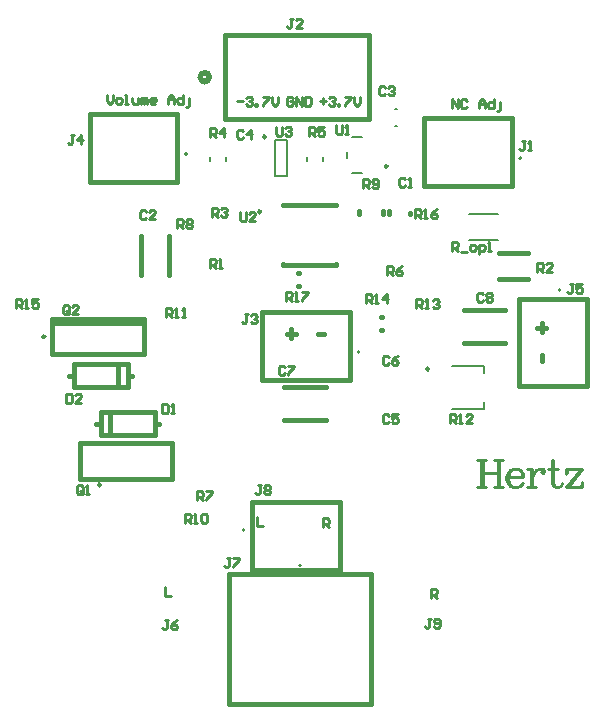
<source format=gbr>
G04*
G04 #@! TF.GenerationSoftware,Altium Limited,Altium Designer,25.4.2 (15)*
G04*
G04 Layer_Color=65535*
%FSLAX44Y44*%
%MOMM*%
G71*
G04*
G04 #@! TF.SameCoordinates,5F7C4320-E98A-453F-BBD9-352C29D146EE*
G04*
G04*
G04 #@! TF.FilePolarity,Positive*
G04*
G01*
G75*
%ADD10C,0.2400*%
%ADD11C,0.2500*%
%ADD12C,0.2000*%
%ADD13C,0.5080*%
%ADD14C,0.1270*%
%ADD15C,0.3810*%
%ADD16C,0.2540*%
%ADD17C,0.2794*%
D10*
X110173Y249260D02*
G03*
X110173Y249260I-1200J0D01*
G01*
D11*
X-32114Y382466D02*
G03*
X-32114Y382466I-1250J0D01*
G01*
X-167804Y151196D02*
G03*
X-167804Y151196I-1250J0D01*
G01*
X-214684Y276606D02*
G03*
X-214684Y276606I-1250J0D01*
G01*
X-27994Y445736D02*
G03*
X-27994Y445736I-1250J0D01*
G01*
X75276Y420976D02*
G03*
X75276Y420976I-1250J0D01*
G01*
D12*
X51496Y263736D02*
G03*
X51496Y263736I-1000J0D01*
G01*
X-94554Y431376D02*
G03*
X-94554Y431376I-1000J0D01*
G01*
X221726Y316126D02*
G03*
X221726Y316126I-1000J0D01*
G01*
X188456Y427736D02*
G03*
X188456Y427736I-1000J0D01*
G01*
X-45994Y112776D02*
G03*
X-45994Y112776I-1000J0D01*
G01*
X2016Y83016D02*
G03*
X2016Y83016I-1000J0D01*
G01*
X143919Y380570D02*
X168501D01*
X143919Y358570D02*
X168501D01*
X-20494Y443236D02*
X-10494D01*
X-20494Y412236D02*
X-10494D01*
X-20494D02*
Y443236D01*
X-10494Y412236D02*
Y443236D01*
X44876Y415276D02*
X53676D01*
X40776Y427826D02*
Y432726D01*
X44876Y445276D02*
X53676D01*
X81546Y454776D02*
X83046D01*
X81546Y469276D02*
X83046D01*
D13*
X-83566Y496316D02*
G03*
X-75946Y496316I3810J0D01*
G01*
D02*
G03*
X-83566Y496316I-3810J0D01*
G01*
D14*
X156430Y215680D02*
Y221680D01*
X129930Y215680D02*
X156430D01*
Y245680D02*
Y251680D01*
X129930D02*
X156430D01*
X20516Y425426D02*
Y428826D01*
X6916Y425426D02*
Y428826D01*
X-62034Y425426D02*
Y428826D01*
X-75634Y425426D02*
Y428826D01*
D15*
X-13864Y337466D02*
Y337966D01*
Y387966D02*
Y388466D01*
Y337466D02*
X31136D01*
Y337966D01*
X-13864Y388466D02*
X31136D01*
Y387966D02*
Y388466D01*
X43096Y240236D02*
Y297736D01*
X-30904Y240236D02*
Y297736D01*
X43096D01*
X-30904Y240236D02*
X43096D01*
X-1144Y319366D02*
X-144D01*
X-1144Y330366D02*
X-144D01*
X93726Y380746D02*
Y381745D01*
X75946Y380746D02*
Y383286D01*
X139726Y299496D02*
X174726D01*
X139726Y271496D02*
X174726D01*
X-185304Y156196D02*
X-107304D01*
Y186196D01*
X-185304D02*
X-107304D01*
X-185304Y156196D02*
Y186196D01*
X-110393Y328655D02*
Y361717D01*
X-133955Y328655D02*
Y361717D01*
X-194694Y243586D02*
X-190694D01*
X-145094D02*
X-141094D01*
X-152894Y235036D02*
Y252136D01*
X-145094Y234036D02*
Y253136D01*
X-190694D02*
X-145094D01*
X-190694Y234036D02*
Y253136D01*
Y234036D02*
X-145094D01*
X169319Y325550D02*
X193901D01*
X169319Y347550D02*
X193901D01*
X69486Y282536D02*
X70486D01*
X69486Y293536D02*
X70486D01*
X-62230Y460756D02*
X59690D01*
Y531876D01*
X-62230D02*
X59690D01*
X-62230Y460756D02*
Y531876D01*
X-176954Y407876D02*
X-102954D01*
X-176954Y465376D02*
X-102954D01*
X-176954Y407876D02*
Y465376D01*
X-102954Y407876D02*
Y465376D01*
X244226Y234726D02*
Y308726D01*
X186726Y234726D02*
Y308726D01*
Y234726D02*
X244226D01*
X186726Y308726D02*
X244226D01*
X-122234Y202946D02*
X-118234D01*
X-171834D02*
X-167834D01*
X-160034Y194396D02*
Y211496D01*
X-167834Y193396D02*
Y212496D01*
Y193396D02*
X-122234D01*
Y212496D01*
X-167834D02*
X-122234D01*
X180056Y404236D02*
Y461736D01*
X106056Y404236D02*
Y461736D01*
X180056D01*
X106056Y404236D02*
X180056D01*
X-12420Y205710D02*
X22580D01*
X-12420Y233710D02*
X22580D01*
X70866Y380746D02*
Y382746D01*
X50546Y380746D02*
Y382746D01*
X-39594Y78776D02*
X34406D01*
Y136276D01*
X-39594D02*
X34406D01*
X-39594Y78776D02*
Y136276D01*
X-209434Y288606D02*
X-131434D01*
X-209434Y291706D02*
X-131434D01*
X-209434Y261706D02*
X-131434D01*
Y291706D01*
X-209434Y261706D02*
Y291706D01*
X-58984Y-33984D02*
Y76016D01*
X61016D01*
Y-33984D02*
Y76016D01*
X-58984Y-33984D02*
X61016D01*
X-10414Y279146D02*
X-2794D01*
X-6604Y275336D02*
Y282956D01*
X16256Y279146D02*
X21336D01*
X205486Y256286D02*
Y261366D01*
X201676Y284226D02*
X209296D01*
X205486Y280416D02*
Y288036D01*
D16*
X127638Y203201D02*
Y210819D01*
X131447D01*
X132716Y209549D01*
Y207010D01*
X131447Y205740D01*
X127638D01*
X130177D02*
X132716Y203201D01*
X135256D02*
X137795D01*
X136525D01*
Y210819D01*
X135256Y209549D01*
X146682Y203201D02*
X141604D01*
X146682Y208280D01*
Y209549D01*
X145412Y210819D01*
X142873D01*
X141604Y209549D01*
X129545Y349251D02*
Y356868D01*
X133354D01*
X134624Y355599D01*
Y353060D01*
X133354Y351790D01*
X129545D01*
X132085D02*
X134624Y349251D01*
X137163Y347981D02*
X142241D01*
X146050Y349251D02*
X148589D01*
X149859Y350520D01*
Y353060D01*
X148589Y354329D01*
X146050D01*
X144780Y353060D01*
Y350520D01*
X146050Y349251D01*
X152398Y346712D02*
Y354329D01*
X156207D01*
X157476Y353060D01*
Y350520D01*
X156207Y349251D01*
X152398D01*
X160016D02*
X162555D01*
X161285D01*
Y356868D01*
X160016Y355599D01*
X20066Y115316D02*
Y122933D01*
X23875D01*
X25144Y121664D01*
Y119125D01*
X23875Y117855D01*
X20066D01*
X22605D02*
X25144Y115316D01*
X-35814Y124203D02*
Y116586D01*
X-30736D01*
X111506Y55626D02*
Y63243D01*
X115315D01*
X116584Y61974D01*
Y59435D01*
X115315Y58165D01*
X111506D01*
X114045D02*
X116584Y55626D01*
X-113284Y64513D02*
Y56896D01*
X-108206D01*
X129540Y469899D02*
Y477517D01*
X134618Y469899D01*
Y477517D01*
X142236Y476247D02*
X140966Y477517D01*
X138427D01*
X137157Y476247D01*
Y471169D01*
X138427Y469899D01*
X140966D01*
X142236Y471169D01*
X152393Y469899D02*
Y474977D01*
X154932Y477517D01*
X157471Y474977D01*
Y469899D01*
Y473708D01*
X152393D01*
X165089Y477517D02*
Y469899D01*
X161280D01*
X160010Y471169D01*
Y473708D01*
X161280Y474977D01*
X165089D01*
X167628Y467360D02*
X168897D01*
X170167Y468630D01*
Y474977D01*
X-162560Y481327D02*
Y476248D01*
X-160021Y473709D01*
X-157482Y476248D01*
Y481327D01*
X-153673Y473709D02*
X-151134D01*
X-149864Y474979D01*
Y477518D01*
X-151134Y478787D01*
X-153673D01*
X-154943Y477518D01*
Y474979D01*
X-153673Y473709D01*
X-147325D02*
X-144786D01*
X-146055D01*
Y481327D01*
X-147325D01*
X-140977Y478787D02*
Y474979D01*
X-139707Y473709D01*
X-135899D01*
Y478787D01*
X-133359Y473709D02*
Y478787D01*
X-132090D01*
X-130820Y477518D01*
Y473709D01*
Y477518D01*
X-129551Y478787D01*
X-128281Y477518D01*
Y473709D01*
X-121933D02*
X-124472D01*
X-125742Y474979D01*
Y477518D01*
X-124472Y478787D01*
X-121933D01*
X-120664Y477518D01*
Y476248D01*
X-125742D01*
X-110507Y473709D02*
Y478787D01*
X-107968Y481327D01*
X-105428Y478787D01*
Y473709D01*
Y477518D01*
X-110507D01*
X-97811Y481327D02*
Y473709D01*
X-101620D01*
X-102889Y474979D01*
Y477518D01*
X-101620Y478787D01*
X-97811D01*
X-95272Y471170D02*
X-94002D01*
X-92733Y472440D01*
Y478787D01*
X-5336Y478534D02*
X-6605Y479803D01*
X-9144D01*
X-10414Y478534D01*
Y473455D01*
X-9144Y472186D01*
X-6605D01*
X-5336Y473455D01*
Y475995D01*
X-7875D01*
X-2797Y472186D02*
Y479803D01*
X2282Y472186D01*
Y479803D01*
X4821D02*
Y472186D01*
X8630D01*
X9899Y473455D01*
Y478534D01*
X8630Y479803D01*
X4821D01*
X-52324Y475995D02*
X-47246D01*
X-44707Y478534D02*
X-43437Y479803D01*
X-40898D01*
X-39628Y478534D01*
Y477264D01*
X-40898Y475995D01*
X-42167D01*
X-40898D01*
X-39628Y474725D01*
Y473455D01*
X-40898Y472186D01*
X-43437D01*
X-44707Y473455D01*
X-37089Y472186D02*
Y473455D01*
X-35819D01*
Y472186D01*
X-37089D01*
X-30741Y479803D02*
X-25663D01*
Y478534D01*
X-30741Y473455D01*
Y472186D01*
X-23124Y479803D02*
Y474725D01*
X-20584Y472186D01*
X-18045Y474725D01*
Y479803D01*
X17526Y475995D02*
X22604D01*
X20065Y478534D02*
Y473455D01*
X25143Y478534D02*
X26413Y479803D01*
X28952D01*
X30222Y478534D01*
Y477264D01*
X28952Y475995D01*
X27683D01*
X28952D01*
X30222Y474725D01*
Y473455D01*
X28952Y472186D01*
X26413D01*
X25143Y473455D01*
X32761Y472186D02*
Y473455D01*
X34031D01*
Y472186D01*
X32761D01*
X39109Y479803D02*
X44187D01*
Y478534D01*
X39109Y473455D01*
Y472186D01*
X46726Y479803D02*
Y474725D01*
X49266Y472186D01*
X51805Y474725D01*
Y479803D01*
X-19302Y454405D02*
Y448057D01*
X-18032Y446787D01*
X-15493D01*
X-14224Y448057D01*
Y454405D01*
X-11684Y453135D02*
X-10415Y454405D01*
X-7876D01*
X-6606Y453135D01*
Y451865D01*
X-7876Y450596D01*
X-9145D01*
X-7876D01*
X-6606Y449326D01*
Y448057D01*
X-7876Y446787D01*
X-10415D01*
X-11684Y448057D01*
X31497Y455675D02*
Y449327D01*
X32767Y448057D01*
X35306D01*
X36576Y449327D01*
Y455675D01*
X39115Y448057D02*
X41654D01*
X40385D01*
Y455675D01*
X39115Y454405D01*
X8638Y446177D02*
Y453795D01*
X12447D01*
X13716Y452525D01*
Y449986D01*
X12447Y448716D01*
X8638D01*
X11177D02*
X13716Y446177D01*
X21334Y453795D02*
X16256D01*
Y449986D01*
X18795Y451255D01*
X20064D01*
X21334Y449986D01*
Y447447D01*
X20064Y446177D01*
X17525D01*
X16256Y447447D01*
X-47244Y450595D02*
X-48513Y451865D01*
X-51052D01*
X-52322Y450595D01*
Y445517D01*
X-51052Y444247D01*
X-48513D01*
X-47244Y445517D01*
X-40896Y444247D02*
Y451865D01*
X-44704Y448056D01*
X-39626D01*
X72896Y487424D02*
X71627Y488693D01*
X69088D01*
X67818Y487424D01*
Y482345D01*
X69088Y481076D01*
X71627D01*
X72896Y482345D01*
X75435Y487424D02*
X76705Y488693D01*
X79244D01*
X80514Y487424D01*
Y486154D01*
X79244Y484885D01*
X77975D01*
X79244D01*
X80514Y483615D01*
Y482345D01*
X79244Y481076D01*
X76705D01*
X75435Y482345D01*
X89916Y409955D02*
X88646Y411225D01*
X86107D01*
X84838Y409955D01*
Y404877D01*
X86107Y403607D01*
X88646D01*
X89916Y404877D01*
X92455Y403607D02*
X94994D01*
X93725D01*
Y411225D01*
X92455Y409955D01*
X56642Y305054D02*
Y312671D01*
X60451D01*
X61720Y311402D01*
Y308863D01*
X60451Y307593D01*
X56642D01*
X59181D02*
X61720Y305054D01*
X64259D02*
X66799D01*
X65529D01*
Y312671D01*
X64259Y311402D01*
X74416Y305054D02*
Y312671D01*
X70607Y308863D01*
X75686D01*
X-96774Y118872D02*
Y126489D01*
X-92965D01*
X-91696Y125220D01*
Y122681D01*
X-92965Y121411D01*
X-96774D01*
X-94235D02*
X-91696Y118872D01*
X-89157D02*
X-86617D01*
X-87887D01*
Y126489D01*
X-89157Y125220D01*
X-82809D02*
X-81539Y126489D01*
X-79000D01*
X-77730Y125220D01*
Y120141D01*
X-79000Y118872D01*
X-81539D01*
X-82809Y120141D01*
Y125220D01*
X-102870Y368554D02*
Y376171D01*
X-99061D01*
X-97792Y374902D01*
Y372363D01*
X-99061Y371093D01*
X-102870D01*
X-100331D02*
X-97792Y368554D01*
X-95253Y374902D02*
X-93983Y376171D01*
X-91444D01*
X-90174Y374902D01*
Y373632D01*
X-91444Y372363D01*
X-90174Y371093D01*
Y369823D01*
X-91444Y368554D01*
X-93983D01*
X-95253Y369823D01*
Y371093D01*
X-93983Y372363D01*
X-95253Y373632D01*
Y374902D01*
X-93983Y372363D02*
X-91444D01*
X-12194Y250696D02*
X-13463Y251965D01*
X-16003D01*
X-17272Y250696D01*
Y245617D01*
X-16003Y244348D01*
X-13463D01*
X-12194Y245617D01*
X-9655Y251965D02*
X-4576D01*
Y250696D01*
X-9655Y245617D01*
Y244348D01*
X-75182Y445517D02*
Y453135D01*
X-71373D01*
X-70104Y451865D01*
Y449326D01*
X-71373Y448056D01*
X-75182D01*
X-72643D02*
X-70104Y445517D01*
X-63756D02*
Y453135D01*
X-67565Y449326D01*
X-62486D01*
X-5080Y545845D02*
X-7619D01*
X-6349D01*
Y539497D01*
X-7619Y538227D01*
X-8888D01*
X-10158Y539497D01*
X2538Y538227D02*
X-2540D01*
X2538Y543305D01*
Y544575D01*
X1268Y545845D01*
X-1271D01*
X-2540Y544575D01*
X111506Y37845D02*
X108967D01*
X110237D01*
Y31497D01*
X108967Y30227D01*
X107697D01*
X106428Y31497D01*
X114045D02*
X115315Y30227D01*
X117854D01*
X119124Y31497D01*
Y36575D01*
X117854Y37845D01*
X115315D01*
X114045Y36575D01*
Y35305D01*
X115315Y34036D01*
X119124D01*
X-110744Y36575D02*
X-113283D01*
X-112013D01*
Y30227D01*
X-113283Y28957D01*
X-114552D01*
X-115822Y30227D01*
X-103126Y36575D02*
X-105665Y35305D01*
X-108204Y32766D01*
Y30227D01*
X-106935Y28957D01*
X-104396D01*
X-103126Y30227D01*
Y31496D01*
X-104396Y32766D01*
X-108204D01*
X-129288Y382522D02*
X-130557Y383791D01*
X-133097D01*
X-134366Y382522D01*
Y377443D01*
X-133097Y376174D01*
X-130557D01*
X-129288Y377443D01*
X-121670Y376174D02*
X-126749D01*
X-121670Y381252D01*
Y382522D01*
X-122940Y383791D01*
X-125479D01*
X-126749Y382522D01*
X-32004Y150875D02*
X-34543D01*
X-33273D01*
Y144527D01*
X-34543Y143257D01*
X-35812D01*
X-37082Y144527D01*
X-29464Y149605D02*
X-28195Y150875D01*
X-25656D01*
X-24386Y149605D01*
Y148335D01*
X-25656Y147066D01*
X-24386Y145796D01*
Y144527D01*
X-25656Y143257D01*
X-28195D01*
X-29464Y144527D01*
Y145796D01*
X-28195Y147066D01*
X-29464Y148335D01*
Y149605D01*
X-28195Y147066D02*
X-25656D01*
X232156Y321055D02*
X229617D01*
X230887D01*
Y314707D01*
X229617Y313437D01*
X228347D01*
X227078Y314707D01*
X239774Y321055D02*
X234695D01*
Y317246D01*
X237235Y318515D01*
X238504D01*
X239774Y317246D01*
Y314707D01*
X238504Y313437D01*
X235965D01*
X234695Y314707D01*
X-43434Y295655D02*
X-45973D01*
X-44703D01*
Y289307D01*
X-45973Y288037D01*
X-47242D01*
X-48512Y289307D01*
X-40894Y294385D02*
X-39625Y295655D01*
X-37086D01*
X-35816Y294385D01*
Y293115D01*
X-37086Y291846D01*
X-38355D01*
X-37086D01*
X-35816Y290576D01*
Y289307D01*
X-37086Y288037D01*
X-39625D01*
X-40894Y289307D01*
X191770Y441959D02*
X189231D01*
X190500D01*
Y435611D01*
X189231Y434341D01*
X187961D01*
X186692Y435611D01*
X194309Y434341D02*
X196848D01*
X195579D01*
Y441959D01*
X194309Y440689D01*
X-190500Y447039D02*
X-193039D01*
X-191769D01*
Y440691D01*
X-193039Y439421D01*
X-194308D01*
X-195578Y440691D01*
X-184152Y439421D02*
Y447039D01*
X-187960Y443230D01*
X-182882D01*
X-58204Y89045D02*
X-60743D01*
X-59473D01*
Y82697D01*
X-60743Y81427D01*
X-62012D01*
X-63282Y82697D01*
X-55665Y89045D02*
X-50586D01*
Y87775D01*
X-55665Y82697D01*
Y81427D01*
X-49782Y382015D02*
Y375667D01*
X-48513Y374397D01*
X-45973D01*
X-44704Y375667D01*
Y382015D01*
X-37086Y374397D02*
X-42165D01*
X-37086Y379475D01*
Y380745D01*
X-38356Y382015D01*
X-40895D01*
X-42165Y380745D01*
X-11046Y307087D02*
Y314705D01*
X-7237D01*
X-5968Y313435D01*
Y310896D01*
X-7237Y309626D01*
X-11046D01*
X-8507D02*
X-5968Y307087D01*
X-3428D02*
X-889D01*
X-2159D01*
Y314705D01*
X-3428Y313435D01*
X2919Y314705D02*
X7998D01*
Y313435D01*
X2919Y308357D01*
Y307087D01*
X98174Y376937D02*
Y384555D01*
X101983D01*
X103252Y383285D01*
Y380746D01*
X101983Y379476D01*
X98174D01*
X100713D02*
X103252Y376937D01*
X105792D02*
X108331D01*
X107061D01*
Y384555D01*
X105792Y383285D01*
X117218Y384555D02*
X114679Y383285D01*
X112140Y380746D01*
Y378207D01*
X113409Y376937D01*
X115948D01*
X117218Y378207D01*
Y379476D01*
X115948Y380746D01*
X112140D01*
X-239646Y300737D02*
Y308355D01*
X-235837D01*
X-234568Y307085D01*
Y304546D01*
X-235837Y303276D01*
X-239646D01*
X-237107D02*
X-234568Y300737D01*
X-232029D02*
X-229489D01*
X-230759D01*
Y308355D01*
X-232029Y307085D01*
X-220602Y308355D02*
X-225681D01*
Y304546D01*
X-223141Y305815D01*
X-221872D01*
X-220602Y304546D01*
Y302007D01*
X-221872Y300737D01*
X-224411D01*
X-225681Y302007D01*
X99444Y300737D02*
Y308355D01*
X103253D01*
X104522Y307085D01*
Y304546D01*
X103253Y303276D01*
X99444D01*
X101983D02*
X104522Y300737D01*
X107062D02*
X109601D01*
X108331D01*
Y308355D01*
X107062Y307085D01*
X113410D02*
X114679Y308355D01*
X117218D01*
X118488Y307085D01*
Y305815D01*
X117218Y304546D01*
X115949D01*
X117218D01*
X118488Y303276D01*
Y302007D01*
X117218Y300737D01*
X114679D01*
X113410Y302007D01*
X-112646Y293117D02*
Y300735D01*
X-108838D01*
X-107568Y299465D01*
Y296926D01*
X-108838Y295656D01*
X-112646D01*
X-110107D02*
X-107568Y293117D01*
X-105029D02*
X-102490D01*
X-103759D01*
Y300735D01*
X-105029Y299465D01*
X-98681Y293117D02*
X-96142D01*
X-97411D01*
Y300735D01*
X-98681Y299465D01*
X54358Y402337D02*
Y409955D01*
X58167D01*
X59436Y408685D01*
Y406146D01*
X58167Y404876D01*
X54358D01*
X56897D02*
X59436Y402337D01*
X61975Y403607D02*
X63245Y402337D01*
X65784D01*
X67054Y403607D01*
Y408685D01*
X65784Y409955D01*
X63245D01*
X61975Y408685D01*
Y407415D01*
X63245Y406146D01*
X67054D01*
X74678Y328677D02*
Y336295D01*
X78487D01*
X79756Y335025D01*
Y332486D01*
X78487Y331216D01*
X74678D01*
X77217D02*
X79756Y328677D01*
X87374Y336295D02*
X84835Y335025D01*
X82296Y332486D01*
Y329947D01*
X83565Y328677D01*
X86104D01*
X87374Y329947D01*
Y331216D01*
X86104Y332486D01*
X82296D01*
X-86612Y138177D02*
Y145795D01*
X-82803D01*
X-81534Y144525D01*
Y141986D01*
X-82803Y140716D01*
X-86612D01*
X-84073D02*
X-81534Y138177D01*
X-78994Y145795D02*
X-73916D01*
Y144525D01*
X-78994Y139447D01*
Y138177D01*
X-73912Y378207D02*
Y385825D01*
X-70103D01*
X-68834Y384555D01*
Y382016D01*
X-70103Y380746D01*
X-73912D01*
X-71373D02*
X-68834Y378207D01*
X-66294Y384555D02*
X-65025Y385825D01*
X-62486D01*
X-61216Y384555D01*
Y383285D01*
X-62486Y382016D01*
X-63755D01*
X-62486D01*
X-61216Y380746D01*
Y379477D01*
X-62486Y378207D01*
X-65025D01*
X-66294Y379477D01*
X201932Y331471D02*
Y339089D01*
X205741D01*
X207010Y337819D01*
Y335280D01*
X205741Y334010D01*
X201932D01*
X204471D02*
X207010Y331471D01*
X214628D02*
X209550D01*
X214628Y336550D01*
Y337819D01*
X213358Y339089D01*
X210819D01*
X209550Y337819D01*
X-75438Y335026D02*
Y342643D01*
X-71629D01*
X-70360Y341374D01*
Y338835D01*
X-71629Y337565D01*
X-75438D01*
X-72899D02*
X-70360Y335026D01*
X-67821D02*
X-65281D01*
X-66551D01*
Y342643D01*
X-67821Y341374D01*
X-194564Y296927D02*
Y302005D01*
X-195833Y303275D01*
X-198372D01*
X-199642Y302005D01*
Y296927D01*
X-198372Y295657D01*
X-195833D01*
X-197103Y298196D02*
X-194564Y295657D01*
X-195833D02*
X-194564Y296927D01*
X-186946Y295657D02*
X-192024D01*
X-186946Y300735D01*
Y302005D01*
X-188216Y303275D01*
X-190755D01*
X-192024Y302005D01*
X-183134Y144527D02*
Y149605D01*
X-184404Y150875D01*
X-186943D01*
X-188213Y149605D01*
Y144527D01*
X-186943Y143257D01*
X-184404D01*
X-185673Y145796D02*
X-183134Y143257D01*
X-184404D02*
X-183134Y144527D01*
X-180595Y143257D02*
X-178056D01*
X-179325D01*
Y150875D01*
X-180595Y149605D01*
X-197102Y228345D02*
Y220727D01*
X-193293D01*
X-192024Y221997D01*
Y227075D01*
X-193293Y228345D01*
X-197102D01*
X-184406Y220727D02*
X-189485D01*
X-184406Y225805D01*
Y227075D01*
X-185676Y228345D01*
X-188215D01*
X-189485Y227075D01*
X-115822Y219455D02*
Y211837D01*
X-112014D01*
X-110744Y213107D01*
Y218185D01*
X-112014Y219455D01*
X-115822D01*
X-108205Y211837D02*
X-105666D01*
X-106935D01*
Y219455D01*
X-108205Y218185D01*
X76200Y259079D02*
X74931Y260349D01*
X72392D01*
X71122Y259079D01*
Y254001D01*
X72392Y252731D01*
X74931D01*
X76200Y254001D01*
X83818Y260349D02*
X81279Y259079D01*
X78740Y256540D01*
Y254001D01*
X80009Y252731D01*
X82548D01*
X83818Y254001D01*
Y255270D01*
X82548Y256540D01*
X78740D01*
X76200Y209549D02*
X74931Y210819D01*
X72392D01*
X71122Y209549D01*
Y204471D01*
X72392Y203201D01*
X74931D01*
X76200Y204471D01*
X83818Y210819D02*
X78740D01*
Y207010D01*
X81279Y208280D01*
X82548D01*
X83818Y207010D01*
Y204471D01*
X82548Y203201D01*
X80009D01*
X78740Y204471D01*
X156210Y312419D02*
X154941Y313689D01*
X152402D01*
X151132Y312419D01*
Y307341D01*
X152402Y306071D01*
X154941D01*
X156210Y307341D01*
X158750Y312419D02*
X160019Y313689D01*
X162558D01*
X163828Y312419D01*
Y311150D01*
X162558Y309880D01*
X163828Y308610D01*
Y307341D01*
X162558Y306071D01*
X160019D01*
X158750Y307341D01*
Y308610D01*
X160019Y309880D01*
X158750Y311150D01*
Y312419D01*
X160019Y309880D02*
X162558D01*
D17*
X154350Y172212D02*
Y149357D01*
X155438Y172212D02*
Y149357D01*
X168498Y172212D02*
Y149357D01*
X169587Y172212D02*
Y149357D01*
X151085Y172212D02*
X158703D01*
X165233D02*
X172852D01*
X155438Y161328D02*
X168498D01*
X151085Y149357D02*
X158703D01*
X165233D02*
X172852D01*
X176661Y158063D02*
X189721D01*
Y160240D01*
X188633Y162417D01*
X187544Y163505D01*
X185368Y164593D01*
X182103D01*
X178838Y163505D01*
X176661Y161328D01*
X175572Y158063D01*
Y155887D01*
X176661Y152622D01*
X178838Y150445D01*
X182103Y149357D01*
X184279D01*
X187544Y150445D01*
X189721Y152622D01*
X188633Y158063D02*
Y161328D01*
X187544Y163505D01*
X182103Y164593D02*
X179926Y163505D01*
X177749Y161328D01*
X176661Y158063D01*
Y155887D01*
X177749Y152622D01*
X179926Y150445D01*
X182103Y149357D01*
X196469Y164593D02*
Y149357D01*
X197557Y164593D02*
Y149357D01*
Y158063D02*
X198645Y161328D01*
X200822Y163505D01*
X202999Y164593D01*
X206264D01*
X207352Y163505D01*
Y162417D01*
X206264Y161328D01*
X205175Y162417D01*
X206264Y163505D01*
X193204Y164593D02*
X197557D01*
X193204Y149357D02*
X200822D01*
X217365D02*
X216276Y150445D01*
X215188Y153710D01*
Y172212D01*
X214100D01*
Y153710D01*
X215188Y150445D01*
X217365Y149357D01*
X219541D01*
X221718Y150445D01*
X222806Y152622D01*
X210835Y164593D02*
X219541D01*
X238479D02*
X226507Y149357D01*
X239567Y164593D02*
X227595Y149357D01*
Y164593D02*
X226507Y160240D01*
Y164593D01*
X239567D01*
X226507Y149357D02*
X239567D01*
Y153710D01*
X238479Y149357D01*
M02*

</source>
